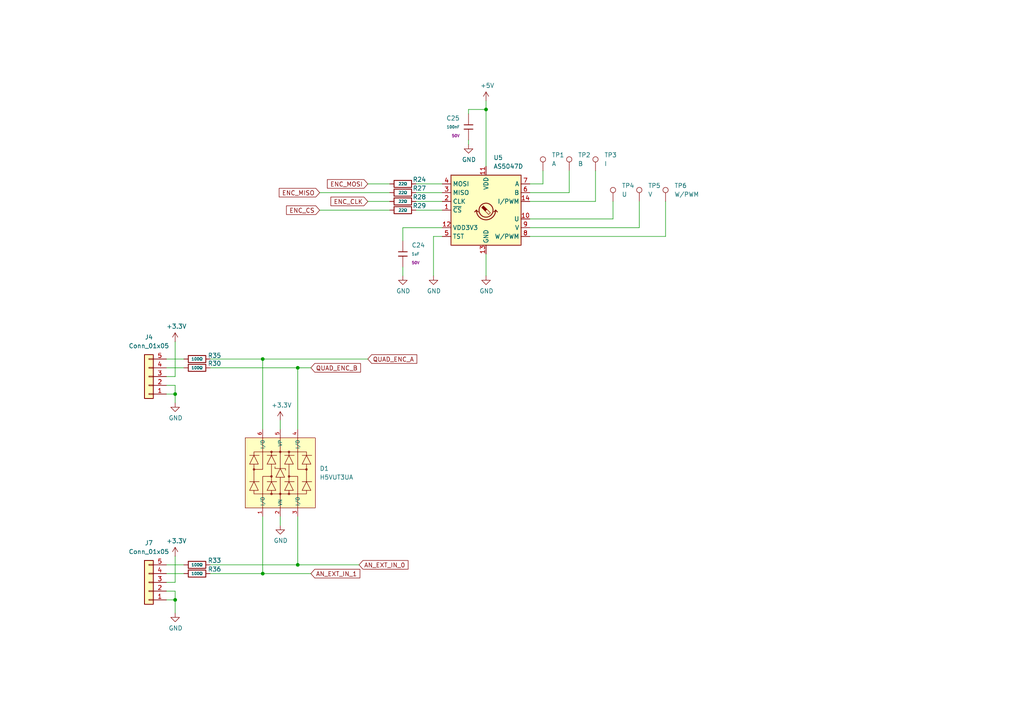
<source format=kicad_sch>
(kicad_sch (version 20250114) (generator "eeschema") (generator_version "9.0")
  (paper "A4")
  (lib_symbols
    (symbol "Connector:TestPoint" (pin_numbers (hide yes)) (pin_names (offset 0.762) (hide yes))
      (property "Reference" "TP" (at 0 6.858 0))
      (property "Value" "TestPoint" (at 0 5.08 0))
      (symbol "TestPoint_0_1"
        (circle (center 0 3.302) (radius 0.762))
      )
      (symbol "TestPoint_1_1"
        (pin passive line (at 0 0 90) (length 2.54) (name "1") (number "1"))
      )
    )
    (symbol "Connector_Generic:Conn_01x05" (pin_names (offset 1.016) (hide yes))
      (property "Reference" "J" (at 0 7.62 0))
      (property "Value" "Conn_01x05" (at 0 -7.62 0))
      (symbol "Conn_01x05_1_1"
        (rectangle (start -1.27 6.35) (end 1.27 -6.35) (stroke (width 0.254)) (fill (type background)))
        (rectangle (start -1.27 5.207) (end 0 4.953) (stroke (width 0.1524)))
        (rectangle (start -1.27 2.667) (end 0 2.413) (stroke (width 0.1524)))
        (rectangle (start -1.27 0.127) (end 0 -0.127) (stroke (width 0.1524)))
        (rectangle (start -1.27 -2.413) (end 0 -2.667) (stroke (width 0.1524)))
        (rectangle (start -1.27 -4.953) (end 0 -5.207) (stroke (width 0.1524)))
        (pin passive line (at -5.08 5.08 0) (length 3.81) (name "Pin_1") (number "1"))
        (pin passive line (at -5.08 2.54 0) (length 3.81) (name "Pin_2") (number "2"))
        (pin passive line (at -5.08 0 0) (length 3.81) (name "Pin_3") (number "3"))
        (pin passive line (at -5.08 -2.54 0) (length 3.81) (name "Pin_4") (number "4"))
        (pin passive line (at -5.08 -5.08 0) (length 3.81) (name "Pin_5") (number "5"))
      )
    )
    (symbol "PCM_JLCPCB-Capacitors:0603,100nF" (pin_numbers (hide yes)) (pin_names (offset 0))
      (property "Reference" "C" (at 2.032 1.668 0))
      (property "Value" "100nF" (at 2.032 -0.3782 0))
      (property "Voltage Rated" "50V" (at 2.032 -2.0462 0))
      (symbol "0603,100nF_0_1"
        (polyline (pts (xy -1.27 0.635) (xy 1.27 0.635)) (stroke (width 0.254)))
        (polyline (pts (xy -1.27 -0.635) (xy 1.27 -0.635)) (stroke (width 0.254)))
      )
      (symbol "0603,100nF_1_1"
        (pin passive line (at 0 3.81 270) (length 3.175) (name "~") (number "1"))
        (pin passive line (at 0 -3.81 90) (length 3.175) (name "~") (number "2"))
      )
    )
    (symbol "PCM_JLCPCB-Capacitors:0603,1uF" (pin_numbers (hide yes)) (pin_names (offset 0))
      (property "Reference" "C" (at 2.032 1.668 0))
      (property "Value" "1uF" (at 2.032 -0.3782 0))
      (property "Voltage Rated" "50V" (at 2.032 -2.0462 0))
      (symbol "0603,1uF_0_1"
        (polyline (pts (xy -1.27 0.635) (xy 1.27 0.635)) (stroke (width 0.254)))
        (polyline (pts (xy -1.27 -0.635) (xy 1.27 -0.635)) (stroke (width 0.254)))
      )
      (symbol "0603,1uF_1_1"
        (pin passive line (at 0 3.81 270) (length 3.175) (name "~") (number "1"))
        (pin passive line (at 0 -3.81 90) (length 3.175) (name "~") (number "2"))
      )
    )
    (symbol "PCM_JLCPCB-Diode-Packages:Package, H5VUT3UA"
      (property "Reference" "D" (at 0 1.27 0))
      (property "Value" "H5VUT3UA" (at 0 -2.54 0))
      (symbol "Package, H5VUT3UA_0_1"
        (rectangle (start -10.16 10.16) (end 10.16 -10.16) (fill (type background)))
        (polyline (pts (xy -8.89 2.54) (xy -7.62 5.08) (xy -6.35 2.54) (xy -8.89 2.54)) (fill (type background)))
        (polyline (pts (xy -8.89 -5.08) (xy -7.62 -2.54) (xy -6.35 -5.08) (xy -8.89 -5.08)) (fill (type background)))
        (polyline (pts (xy -7.62 5.08) (xy -7.62 6.096) (xy 7.62 6.096) (xy 7.62 5.08)))
        (polyline (pts (xy -7.62 2.54) (xy -7.62 -2.54)))
        (circle (center -7.62 1.016) (radius 0.254) (fill (type background)))
        (polyline (pts (xy -7.62 1.016) (xy -5.08 1.016) (xy -5.08 10.16)))
        (polyline (pts (xy -7.62 -5.08) (xy -7.62 -6.096) (xy 7.62 -6.096) (xy 7.62 -5.08)))
        (polyline (pts (xy -6.096 5.08) (xy -8.89 5.08)))
        (polyline (pts (xy -6.096 -2.54) (xy -8.89 -2.54)))
        (polyline (pts (xy -3.81 2.54) (xy -2.54 5.08) (xy -1.27 2.54) (xy -3.81 2.54)) (fill (type background)))
        (polyline (pts (xy -3.81 -5.08) (xy -2.54 -2.54) (xy -1.27 -5.08) (xy -3.81 -5.08)) (fill (type background)))
        (circle (center -2.54 6.096) (radius 0.254) (fill (type background)))
        (polyline (pts (xy -2.54 5.08) (xy -2.54 6.096)))
        (polyline (pts (xy -2.54 2.54) (xy -2.54 -2.54)))
        (circle (center -2.54 -1.016) (radius 0.254) (fill (type background)))
        (polyline (pts (xy -2.54 -1.016) (xy -5.08 -1.016) (xy -5.08 -10.16)))
        (polyline (pts (xy -2.54 -5.08) (xy -2.54 -6.096)))
        (circle (center -2.54 -6.096) (radius 0.254) (fill (type background)))
        (polyline (pts (xy -1.016 5.08) (xy -3.81 5.08)))
        (polyline (pts (xy -1.016 -2.54) (xy -3.81 -2.54)))
        (polyline (pts (xy 0 7.62) (xy 0 10.16)))
        (circle (center 0 6.096) (radius 0.254) (fill (type background)))
        (polyline (pts (xy 0 1.27) (xy 0 7.62)))
        (polyline (pts (xy 0 -1.27) (xy 0 -10.16)))
        (circle (center 0 -6.096) (radius 0.254) (fill (type background)))
        (polyline (pts (xy 1.27 2.54) (xy 2.54 5.08) (xy 3.81 2.54) (xy 1.27 2.54)) (fill (type background)))
        (polyline (pts (xy 1.27 -1.27) (xy 0 1.27) (xy -1.27 -1.27) (xy 1.27 -1.27)) (fill (type background)))
        (polyline (pts (xy 1.27 -5.08) (xy 2.54 -2.54) (xy 3.81 -5.08) (xy 1.27 -5.08)) (fill (type background)))
        (polyline (pts (xy 1.524 0.762) (xy 1.524 0.762) (xy 1.524 1.27) (xy -1.524 1.27) (xy -1.524 1.778) (xy -1.524 1.778)))
        (circle (center 2.54 6.096) (radius 0.254) (fill (type background)))
        (polyline (pts (xy 2.54 5.08) (xy 2.54 6.096)))
        (polyline (pts (xy 2.54 2.54) (xy 2.54 -2.54)))
        (polyline (pts (xy 2.54 -1.016) (xy 5.08 -1.016) (xy 5.08 -10.16)))
        (circle (center 2.54 -1.016) (radius 0.254) (fill (type background)))
        (polyline (pts (xy 2.54 -5.08) (xy 2.54 -6.096)))
        (circle (center 2.54 -6.096) (radius 0.254) (fill (type background)))
        (polyline (pts (xy 4.064 5.08) (xy 1.27 5.08)))
        (polyline (pts (xy 4.064 -2.54) (xy 1.27 -2.54)))
        (polyline (pts (xy 6.35 2.54) (xy 7.62 5.08) (xy 8.89 2.54) (xy 6.35 2.54)) (fill (type background)))
        (polyline (pts (xy 6.35 -5.08) (xy 7.62 -2.54) (xy 8.89 -5.08) (xy 6.35 -5.08)) (fill (type background)))
        (polyline (pts (xy 7.62 2.54) (xy 7.62 -2.54)))
        (polyline (pts (xy 7.62 1.016) (xy 5.08 1.016) (xy 5.08 10.16)))
        (circle (center 7.62 1.016) (radius 0.254) (fill (type background)))
        (polyline (pts (xy 9.144 5.08) (xy 6.35 5.08)))
        (polyline (pts (xy 9.144 -2.54) (xy 6.35 -2.54)))
        (pin unspecified line (at -5.08 12.7 270) (length 2.54) (name "I/O") (number "6"))
        (pin unspecified line (at -5.08 -12.7 90) (length 2.54) (name "I/O") (number "1"))
        (pin unspecified line (at 0 12.7 270) (length 2.54) (name "VP") (number "5"))
        (pin unspecified line (at 0 -12.7 90) (length 2.54) (name "VN") (number "2"))
        (pin unspecified line (at 5.08 12.7 270) (length 2.54) (name "I/O") (number "4"))
        (pin unspecified line (at 5.08 -12.7 90) (length 2.54) (name "I/O") (number "3"))
      )
    )
    (symbol "PCM_JLCPCB-Resistors:0603,100Ω" (pin_numbers (hide yes)) (pin_names (offset 0))
      (property "Reference" "R" (at 1.778 0 0))
      (property "Value" "100Ω" (at 0 0 90))
      (symbol "0603,100Ω_0_1"
        (rectangle (start -1.016 2.54) (end 1.016 -2.54) (stroke (width 0.254)))
      )
      (symbol "0603,100Ω_1_1"
        (pin passive line (at 0 3.81 270) (length 1.27) (name "~") (number "1"))
        (pin passive line (at 0 -3.81 90) (length 1.27) (name "~") (number "2"))
      )
    )
    (symbol "PCM_JLCPCB-Resistors:0603,22Ω" (pin_numbers (hide yes)) (pin_names (offset 0))
      (property "Reference" "R" (at 1.778 0 0))
      (property "Value" "22Ω" (at 0 0 90))
      (symbol "0603,22Ω_0_1"
        (rectangle (start -1.016 2.54) (end 1.016 -2.54) (stroke (width 0.254)))
      )
      (symbol "0603,22Ω_1_1"
        (pin passive line (at 0 3.81 270) (length 1.27) (name "~") (number "1"))
        (pin passive line (at 0 -3.81 90) (length 1.27) (name "~") (number "2"))
      )
    )
    (symbol "Sensor_Magnetic:AS5047D"
      (property "Reference" "U" (at -8.89 11.43 0))
      (property "Value" "AS5047D" (at 5.08 11.43 0))
      (symbol "AS5047D_1_1"
        (rectangle (start -10.16 10.16) (end 10.16 -10.16) (stroke (width 0.254)) (fill (type background)))
        (polyline (pts (xy -2.794 0) (xy -3.302 -0.508)) (stroke (width 0.254)))
        (polyline (pts (xy -2.794 0) (xy -2.286 -0.508)) (stroke (width 0.254)))
        (polyline (pts (xy -0.762 1.27) (xy 0.254 0.254) (xy -0.254 -0.254) (xy -1.27 0.762) (xy -1.016 1.016) (xy -0.762 1.27) (xy -0.635 1.143)) (fill (type outline)))
        (arc (start 2.794 0) (mid 0 -2.7819) (end -2.794 0) (stroke (width 0.254)))
        (circle (center 0 0) (radius 2.032) (stroke (width 0.254)))
        (polyline (pts (xy 0.254 0.254) (xy 1.27 -0.762) (xy 0.762 -1.27) (xy -0.254 -0.254)))
        (polyline (pts (xy 2.794 0) (xy 2.286 -0.508)) (stroke (width 0.254)))
        (polyline (pts (xy 2.794 0) (xy 3.302 -0.508)) (stroke (width 0.254)))
        (pin input line (at -12.7 7.62 0) (length 2.54) (name "MOSI") (number "4"))
        (pin output line (at -12.7 5.08 0) (length 2.54) (name "MISO") (number "3"))
        (pin input line (at -12.7 2.54 0) (length 2.54) (name "CLK") (number "2"))
        (pin input line (at -12.7 0 0) (length 2.54) (name "~{CS}") (number "1"))
        (pin power_out line (at -12.7 -5.08 0) (length 2.54) (name "VDD3V3") (number "12"))
        (pin input line (at -12.7 -7.62 0) (length 2.54) (name "TST") (number "5"))
        (pin power_in line (at 0 12.7 270) (length 2.54) (name "VDD") (number "11"))
        (pin power_in line (at 0 -12.7 90) (length 2.54) (name "GND") (number "13"))
        (pin output line (at 12.7 7.62 180) (length 2.54) (name "A") (number "7"))
        (pin output line (at 12.7 5.08 180) (length 2.54) (name "B") (number "6"))
        (pin output line (at 12.7 2.54 180) (length 2.54) (name "I/PWM") (number "14"))
        (pin output line (at 12.7 -2.54 180) (length 2.54) (name "U") (number "10"))
        (pin output line (at 12.7 -5.08 180) (length 2.54) (name "V") (number "9"))
        (pin output line (at 12.7 -7.62 180) (length 2.54) (name "W/PWM") (number "8"))
      )
    )
    (symbol "power:+3.3V" (power) (pin_numbers (hide yes)) (pin_names (offset 0) (hide yes))
      (property "Value" "+3.3V" (at 0 3.556 0))
      (symbol "+3.3V_0_1"
        (polyline (pts (xy -0.762 1.27) (xy 0 2.54)))
        (polyline (pts (xy 0 2.54) (xy 0.762 1.27)))
        (polyline (pts (xy 0 0) (xy 0 2.54)))
      )
      (symbol "+3.3V_1_1"
        (pin power_in line (at 0 0 90) (length 0) (name "~") (number "1"))
      )
    )
    (symbol "power:+5V" (power) (pin_names (offset 0))
      (property "Value" "+5V" (at 0 3.556 0))
      (symbol "+5V_0_1"
        (polyline (pts (xy -0.762 1.27) (xy 0 2.54)))
        (polyline (pts (xy 0 2.54) (xy 0.762 1.27)))
        (polyline (pts (xy 0 0) (xy 0 2.54)))
      )
      (symbol "+5V_1_1"
        (pin power_in line (at 0 0 90) (length 0) (hide yes) (name "+5V") (number "1"))
      )
    )
    (symbol "power:GND" (power) (pin_names (offset 0))
      (property "Value" "GND" (at 0 -3.81 0))
      (symbol "GND_0_1"
        (polyline (pts (xy 0 0) (xy 0 -1.27) (xy 1.27 -1.27) (xy 0 -2.54) (xy -1.27 -1.27) (xy 0 -1.27)))
      )
      (symbol "GND_1_1"
        (pin power_in line (at 0 0 270) (length 0) (hide yes) (name "GND") (number "1"))
      )
    )
  )
  (junction (at 76.2 166.37))
  (junction (at 50.8 114.3))
  (junction (at 76.2 104.14))
  (junction (at 86.36 163.83))
  (junction (at 86.36 106.68))
  (junction (at 140.97 31.75))
  (junction (at 50.8 173.99))
  (wire (pts (xy 116.84 69.85) (xy 116.84 66.04)))
  (wire (pts (xy 185.42 66.04) (xy 185.42 58.42)))
  (wire (pts (xy 50.8 177.8) (xy 50.8 173.99)))
  (wire (pts (xy 125.73 80.01) (xy 125.73 68.58)))
  (wire (pts (xy 53.34 106.68) (xy 48.26 106.68)))
  (wire (pts (xy 116.84 66.04) (xy 128.27 66.04)))
  (wire (pts (xy 140.97 29.21) (xy 140.97 31.75)))
  (wire (pts (xy 135.89 40.64) (xy 135.89 41.91)))
  (wire (pts (xy 157.48 53.34) (xy 157.48 49.53)))
  (wire (pts (xy 60.96 104.14) (xy 76.2 104.14)))
  (wire (pts (xy 50.8 99.06) (xy 50.8 109.22)))
  (wire (pts (xy 140.97 31.75) (xy 140.97 48.26)))
  (wire (pts (xy 120.65 55.88) (xy 128.27 55.88)))
  (wire (pts (xy 48.26 104.14) (xy 53.34 104.14)))
  (wire (pts (xy 50.8 116.84) (xy 50.8 114.3)))
  (wire (pts (xy 50.8 171.45) (xy 48.26 171.45)))
  (wire (pts (xy 48.26 166.37) (xy 53.34 166.37)))
  (wire (pts (xy 153.67 58.42) (xy 172.72 58.42)))
  (wire (pts (xy 86.36 163.83) (xy 104.14 163.83)))
  (wire (pts (xy 120.65 58.42) (xy 128.27 58.42)))
  (wire (pts (xy 120.65 53.34) (xy 128.27 53.34)))
  (wire (pts (xy 60.96 163.83) (xy 86.36 163.83)))
  (wire (pts (xy 135.89 33.02) (xy 135.89 31.75)))
  (wire (pts (xy 76.2 104.14) (xy 106.68 104.14)))
  (wire (pts (xy 76.2 166.37) (xy 90.17 166.37)))
  (wire (pts (xy 153.67 63.5) (xy 177.8 63.5)))
  (wire (pts (xy 48.26 114.3) (xy 50.8 114.3)))
  (wire (pts (xy 86.36 106.68) (xy 86.36 124.46)))
  (wire (pts (xy 76.2 149.86) (xy 76.2 166.37)))
  (wire (pts (xy 106.68 53.34) (xy 113.03 53.34)))
  (wire (pts (xy 125.73 68.58) (xy 128.27 68.58)))
  (wire (pts (xy 92.71 60.96) (xy 113.03 60.96)))
  (wire (pts (xy 48.26 173.99) (xy 50.8 173.99)))
  (wire (pts (xy 165.1 55.88) (xy 165.1 49.53)))
  (wire (pts (xy 81.28 121.92) (xy 81.28 124.46)))
  (wire (pts (xy 81.28 149.86) (xy 81.28 152.4)))
  (wire (pts (xy 90.17 106.68) (xy 86.36 106.68)))
  (wire (pts (xy 50.8 114.3) (xy 50.8 111.76)))
  (wire (pts (xy 50.8 109.22) (xy 48.26 109.22)))
  (wire (pts (xy 86.36 149.86) (xy 86.36 163.83)))
  (wire (pts (xy 106.68 58.42) (xy 113.03 58.42)))
  (wire (pts (xy 48.26 163.83) (xy 53.34 163.83)))
  (wire (pts (xy 153.67 53.34) (xy 157.48 53.34)))
  (wire (pts (xy 50.8 111.76) (xy 48.26 111.76)))
  (wire (pts (xy 153.67 66.04) (xy 185.42 66.04)))
  (wire (pts (xy 50.8 161.29) (xy 50.8 168.91)))
  (wire (pts (xy 86.36 106.68) (xy 60.96 106.68)))
  (wire (pts (xy 50.8 173.99) (xy 50.8 171.45)))
  (wire (pts (xy 135.89 31.75) (xy 140.97 31.75)))
  (wire (pts (xy 177.8 63.5) (xy 177.8 58.42)))
  (wire (pts (xy 120.65 60.96) (xy 128.27 60.96)))
  (wire (pts (xy 172.72 58.42) (xy 172.72 49.53)))
  (wire (pts (xy 60.96 166.37) (xy 76.2 166.37)))
  (wire (pts (xy 153.67 68.58) (xy 193.04 68.58)))
  (wire (pts (xy 140.97 73.66) (xy 140.97 80.01)))
  (wire (pts (xy 116.84 77.47) (xy 116.84 80.01)))
  (wire (pts (xy 50.8 168.91) (xy 48.26 168.91)))
  (wire (pts (xy 92.71 55.88) (xy 113.03 55.88)))
  (wire (pts (xy 153.67 55.88) (xy 165.1 55.88)))
  (wire (pts (xy 193.04 68.58) (xy 193.04 58.42)))
  (wire (pts (xy 76.2 104.14) (xy 76.2 124.46)))
  (global_label "QUAD_ENC_A" (shape input) (at 106.68 104.14 0) (property "Intersheetrefs" "${INTERSHEET_REFS}" (effects (hide yes))))
  (global_label "ENC_MISO" (shape input) (at 92.71 55.88 180) (property "Intersheetrefs" "${INTERSHEET_REFS}" (effects (hide yes))))
  (global_label "AN_EXT_IN_0" (shape input) (at 104.14 163.83 0) (property "Intersheetrefs" "${INTERSHEET_REFS}" (effects (hide yes))))
  (global_label "QUAD_ENC_B" (shape input) (at 90.17 106.68 0) (property "Intersheetrefs" "${INTERSHEET_REFS}" (effects (hide yes))))
  (global_label "ENC_CLK" (shape input) (at 106.68 58.42 180) (property "Intersheetrefs" "${INTERSHEET_REFS}" (effects (hide yes))))
  (global_label "ENC_MOSI" (shape input) (at 106.68 53.34 180) (property "Intersheetrefs" "${INTERSHEET_REFS}" (effects (hide yes))))
  (global_label "AN_EXT_IN_1" (shape input) (at 90.17 166.37 0) (property "Intersheetrefs" "${INTERSHEET_REFS}" (effects (hide yes))))
  (global_label "ENC_CS" (shape input) (at 92.71 60.96 180) (property "Intersheetrefs" "${INTERSHEET_REFS}" (effects (hide yes))))
  (symbol (lib_id "power:+3.3V") (at 50.8 161.29 0) (unit 1)
    (property "Reference" "#PWR055" (effects (hide yes)))
    (property "Value" "+3.3V" (at 51.181 156.8958 0))
  )
  (symbol (lib_id "power:GND") (at 50.8 177.8 0) (unit 1)
    (property "Reference" "#PWR056" (effects (hide yes)))
    (property "Value" "GND" (at 50.927 182.1942 0))
  )
  (symbol (lib_id "power:GND") (at 50.8 116.84 0) (unit 1)
    (property "Reference" "#PWR054" (effects (hide yes)))
    (property "Value" "GND" (at 50.927 121.2342 0))
  )
  (symbol (lib_id "PCM_JLCPCB-Resistors:0603,100Ω") (at 57.15 166.37 90) (unit 1)
    (property "Reference" "R36" (at 62.23 165.1 90))
    (property "Value" "100Ω" (at 57.15 166.37 90) (effects (font (size 0.8 0.8))))
    (property "Footprint" "PCM_JLCPCB:R_0603" (effects (hide yes)))
    (property "Datasheet" "https://www.lcsc.com/datasheet/lcsc_datasheet_2411221126_UNI-ROYAL-Uniroyal-Elec-0603WAF1000T5E_C22775.pdf" (effects (hide yes)))
    (property "Description" "100mW Thick Film Resistors 75V ±1% ±200ppm/°C 100Ω 0603 Chip Resistor - Surface Mount ROHS" (effects (hide yes)))
    (property "LCSC" "C22775" (effects (hide yes)))
    (property "Stock" "8202320" (effects (hide yes)))
    (property "Price" "0.004USD" (effects (hide yes)))
    (property "Process" "SMT" (effects (hide yes)))
    (property "Minimum Qty" "20" (effects (hide yes)))
    (property "Attrition Qty" "10" (effects (hide yes)))
    (property "Class" "Basic Component" (effects (hide yes)))
    (property "Category" "Resistors,Chip Resistor - Surface Mount" (effects (hide yes)))
    (property "Manufacturer" "UNI-ROYAL(Uniroyal Elec)" (effects (hide yes)))
    (property "Part" "0603WAF1000T5E" (effects (hide yes)))
    (property "Resistance" "100Ω" (effects (hide yes)))
    (property "Power(Watts)" "100mW" (effects (hide yes)))
    (property "Type" "Thick Film Resistors" (effects (hide yes)))
    (property "Overload Voltage (Max)" "75V" (effects (hide yes)))
    (property "Operating Temperature Range" "-55°C~+155°C" (effects (hide yes)))
    (property "Tolerance" "±1%" (effects (hide yes)))
    (property "Temperature Coefficient" "±200ppm/°C" (effects (hide yes)))
  )
  (symbol (lib_id "Connector:TestPoint") (at 185.42 58.42 0) (unit 1)
    (property "Reference" "TP5" (at 187.96 53.8479 0) (effects (justify left)))
    (property "Value" "V" (at 187.96 56.3879 0) (effects (justify left)))
    (property "Footprint" "TestPoint:TestPoint_Pad_D1.0mm" (effects (hide yes)))
    (property "Description" "test point" (effects (hide yes)))
  )
  (symbol (lib_id "PCM_JLCPCB-Resistors:0603,22Ω") (at 116.84 60.96 90) (unit 1)
    (property "Reference" "R29" (at 121.666 59.69 90))
    (property "Value" "22Ω" (at 116.84 60.96 90) (effects (font (size 0.8 0.8))))
    (property "Footprint" "PCM_JLCPCB:R_0603" (effects (hide yes)))
    (property "Datasheet" "https://www.lcsc.com/datasheet/lcsc_datasheet_2206010100_UNI-ROYAL-Uniroyal-Elec-0603WAF220JT5E_C23345.pdf" (effects (hide yes)))
    (property "Description" "100mW Thick Film Resistors 75V ±100ppm/°C ±1% 22Ω 0603 Chip Resistor - Surface Mount ROHS" (effects (hide yes)))
    (property "LCSC" "C23345" (effects (hide yes)))
    (property "Stock" "4414856" (effects (hide yes)))
    (property "Price" "0.004USD" (effects (hide yes)))
    (property "Process" "SMT" (effects (hide yes)))
    (property "Minimum Qty" "20" (effects (hide yes)))
    (property "Attrition Qty" "10" (effects (hide yes)))
    (property "Class" "Basic Component" (effects (hide yes)))
    (property "Category" "Resistors,Chip Resistor - Surface Mount" (effects (hide yes)))
    (property "Manufacturer" "UNI-ROYAL(Uniroyal Elec)" (effects (hide yes)))
    (property "Part" "0603WAF220JT5E" (effects (hide yes)))
    (property "Resistance" "22Ω" (effects (hide yes)))
    (property "Power(Watts)" "100mW" (effects (hide yes)))
    (property "Type" "Thick Film Resistors" (effects (hide yes)))
    (property "Overload Voltage (Max)" "75V" (effects (hide yes)))
    (property "Operating Temperature Range" "-55°C~+155°C" (effects (hide yes)))
    (property "Tolerance" "±1%" (effects (hide yes)))
    (property "Temperature Coefficient" "±100ppm/°C" (effects (hide yes)))
  )
  (symbol (lib_id "Sensor_Magnetic:AS5047D") (at 140.97 60.96 0) (unit 1)
    (property "Reference" "U5" (at 143.1133 45.72 0) (effects (justify left)))
    (property "Value" "AS5047D" (at 143.1133 48.26 0) (effects (justify left)))
    (property "Footprint" "Package_SO:TSSOP-14_4.4x5mm_P0.65mm" (effects (hide yes)))
    (property "Datasheet" "https://ams.com/documents/20143/36005/AS5047D_DS000394_2-00.pdf" (effects (hide yes)))
    (property "Description" "On-Axis Magnetic Position Sensor, 14-bit, PWM Output, ABI Output, UVW Output, SPI Interface, TSSOP-14" (effects (hide yes)))
  )
  (symbol (lib_id "PCM_JLCPCB-Resistors:0603,100Ω") (at 57.15 104.14 90) (unit 1)
    (property "Reference" "R35" (at 62.23 103.124 90))
    (property "Value" "100Ω" (at 57.15 104.14 90) (effects (font (size 0.8 0.8))))
    (property "Footprint" "PCM_JLCPCB:R_0603" (effects (hide yes)))
    (property "Datasheet" "https://www.lcsc.com/datasheet/lcsc_datasheet_2411221126_UNI-ROYAL-Uniroyal-Elec-0603WAF1000T5E_C22775.pdf" (effects (hide yes)))
    (property "Description" "100mW Thick Film Resistors 75V ±1% ±200ppm/°C 100Ω 0603 Chip Resistor - Surface Mount ROHS" (effects (hide yes)))
    (property "LCSC" "C22775" (effects (hide yes)))
    (property "Stock" "8202320" (effects (hide yes)))
    (property "Price" "0.004USD" (effects (hide yes)))
    (property "Process" "SMT" (effects (hide yes)))
    (property "Minimum Qty" "20" (effects (hide yes)))
    (property "Attrition Qty" "10" (effects (hide yes)))
    (property "Class" "Basic Component" (effects (hide yes)))
    (property "Category" "Resistors,Chip Resistor - Surface Mount" (effects (hide yes)))
    (property "Manufacturer" "UNI-ROYAL(Uniroyal Elec)" (effects (hide yes)))
    (property "Part" "0603WAF1000T5E" (effects (hide yes)))
    (property "Resistance" "100Ω" (effects (hide yes)))
    (property "Power(Watts)" "100mW" (effects (hide yes)))
    (property "Type" "Thick Film Resistors" (effects (hide yes)))
    (property "Overload Voltage (Max)" "75V" (effects (hide yes)))
    (property "Operating Temperature Range" "-55°C~+155°C" (effects (hide yes)))
    (property "Tolerance" "±1%" (effects (hide yes)))
    (property "Temperature Coefficient" "±200ppm/°C" (effects (hide yes)))
  )
  (symbol (lib_id "power:GND") (at 116.84 80.01 0) (unit 1)
    (property "Reference" "#PWR034" (effects (hide yes)))
    (property "Value" "GND" (at 116.967 84.4042 0))
  )
  (symbol (lib_id "Connector:TestPoint") (at 172.72 49.53 0) (unit 1)
    (property "Reference" "TP3" (at 175.26 44.9579 0) (effects (justify left)))
    (property "Value" "I" (at 175.26 47.4979 0) (effects (justify left)))
    (property "Footprint" "TestPoint:TestPoint_Pad_D1.0mm" (effects (hide yes)))
    (property "Description" "test point" (effects (hide yes)))
  )
  (symbol (lib_id "Connector:TestPoint") (at 157.48 49.53 0) (unit 1)
    (property "Reference" "TP1" (at 160.02 44.9579 0) (effects (justify left)))
    (property "Value" "A" (at 160.02 47.4979 0) (effects (justify left)))
    (property "Footprint" "TestPoint:TestPoint_Pad_D1.0mm" (effects (hide yes)))
    (property "Description" "test point" (effects (hide yes)))
  )
  (symbol (lib_id "PCM_JLCPCB-Diode-Packages:Package, H5VUT3UA") (at 81.28 137.16 0) (unit 1)
    (property "Reference" "D1" (at 92.71 135.8899 0) (effects (justify left)))
    (property "Value" "H5VUT3UA" (at 92.71 138.4299 0) (effects (justify left)))
    (property "Footprint" "PCM_JLCPCB:SOT-363_L2.1-W1.3-P0.65-LS2.2-BL" (effects (hide yes)))
    (property "Datasheet" "https://wmsc.lcsc.com/wmsc/upload/file/pdf/v2/lcsc/2401261525_hongjiacheng-H5VUT3UA_C20615830.pdf" (effects (hide yes)))
    (property "Description" "5A 75W 15V 6V Unidirectional 5V SOT-363 ESD and Surge Protection (TVS/ESD) ROHS" (effects (hide yes)))
    (property "LCSC" "C20615830" (effects (hide yes)))
    (property "Stock" "2574" (effects (hide yes)))
    (property "Price" "0.072USD" (effects (hide yes)))
    (property "Process" "SMT" (effects (hide yes)))
    (property "Minimum Qty" "5" (effects (hide yes)))
    (property "Attrition Qty" "4" (effects (hide yes)))
    (property "Class" "Preferred Component" (effects (hide yes)))
    (property "Category" "TVS/Fuse/Board Level Protection,Electrostatic And Surge Protection (TVS/ESD)" (effects (hide yes)))
    (property "Manufacturer" "hongjiacheng" (effects (hide yes)))
    (property "Part" "H5VUT3UA" (effects (hide yes)))
  )
  (symbol (lib_id "power:GND") (at 81.28 152.4 0) (unit 1)
    (property "Reference" "#PWR057" (effects (hide yes)))
    (property "Value" "GND" (at 81.407 156.7942 0))
  )
  (symbol (lib_id "power:GND") (at 125.73 80.01 0) (unit 1)
    (property "Reference" "#PWR036" (effects (hide yes)))
    (property "Value" "GND" (at 125.857 84.4042 0))
  )
  (symbol (lib_id "PCM_JLCPCB-Capacitors:0603,1uF") (at 116.84 73.66 0) (unit 1)
    (property "Reference" "C24" (at 119.38 71.1199 0) (effects (justify left)))
    (property "Value" "1uF" (at 119.38 73.66 0) (effects (font (size 0.8 0.8)) (justify left)))
    (property "Footprint" "PCM_JLCPCB:C_0603" (effects (hide yes)))
    (property "Datasheet" "https://www.lcsc.com/datasheet/lcsc_datasheet_2304140030_Samsung-Electro-Mechanics-CL10A105KB8NNNC_C15849.pdf" (effects (hide yes)))
    (property "Description" "50V 1uF X5R ±10% 0603 Multilayer Ceramic Capacitors MLCC - SMD/SMT ROHS" (effects (hide yes)))
    (property "LCSC" "C15849" (effects (hide yes)))
    (property "Stock" "11535980" (effects (hide yes)))
    (property "Price" "0.008USD" (effects (hide yes)))
    (property "Process" "SMT" (effects (hide yes)))
    (property "Minimum Qty" "20" (effects (hide yes)))
    (property "Attrition Qty" "10" (effects (hide yes)))
    (property "Class" "Basic Component" (effects (hide yes)))
    (property "Category" "Capacitors,Multilayer Ceramic Capacitors MLCC - SMD/SMT" (effects (hide yes)))
    (property "Manufacturer" "Samsung Electro-Mechanics" (effects (hide yes)))
    (property "Part" "CL10A105KB8NNNC" (effects (hide yes)))
    (property "Voltage Rated" "50V" (at 119.38 76.2 0) (effects (font (size 0.8 0.8)) (justify left)))
    (property "Tolerance" "±10%" (effects (hide yes)))
    (property "Capacitance" "1uF" (effects (hide yes)))
    (property "Temperature Coefficient" "X5R" (effects (hide yes)))
  )
  (symbol (lib_id "Connector:TestPoint") (at 165.1 49.53 0) (unit 1)
    (property "Reference" "TP2" (at 167.64 44.9579 0) (effects (justify left)))
    (property "Value" "B" (at 167.64 47.4979 0) (effects (justify left)))
    (property "Footprint" "TestPoint:TestPoint_Pad_D1.0mm" (effects (hide yes)))
    (property "Description" "test point" (effects (hide yes)))
  )
  (symbol (lib_id "power:+3.3V") (at 81.28 121.92 0) (unit 1)
    (property "Reference" "#PWR058" (effects (hide yes)))
    (property "Value" "+3.3V" (at 81.661 117.5258 0))
  )
  (symbol (lib_id "Connector_Generic:Conn_01x05") (at 43.18 168.91 180) (unit 1)
    (property "Reference" "J7" (at 43.18 157.48 0))
    (property "Value" "Conn_01x05" (at 43.18 160.02 0))
    (property "Footprint" "Connector_JST:JST_GH_SM04B-GHS-TB_1x04-1MP_P1.25mm_Horizontal" (effects (hide yes)))
    (property "Description" "Generic connector, single row, 01x05, script generated (kicad-library-utils/schlib/autogen/connector/)" (effects (hide yes)))
  )
  (symbol (lib_id "power:+5V") (at 140.97 29.21 0) (unit 1)
    (property "Reference" "#PWR033" (effects (hide yes)))
    (property "Value" "+5V" (at 141.351 24.8158 0))
  )
  (symbol (lib_id "power:GND") (at 135.89 41.91 0) (unit 1)
    (property "Reference" "#PWR032" (effects (hide yes)))
    (property "Value" "GND" (at 136.017 46.3042 0))
  )
  (symbol (lib_id "PCM_JLCPCB-Resistors:0603,100Ω") (at 57.15 106.68 90) (unit 1)
    (property "Reference" "R30" (at 62.23 105.41 90))
    (property "Value" "100Ω" (at 57.15 106.68 90) (effects (font (size 0.8 0.8))))
    (property "Footprint" "PCM_JLCPCB:R_0603" (effects (hide yes)))
    (property "Datasheet" "https://www.lcsc.com/datasheet/lcsc_datasheet_2411221126_UNI-ROYAL-Uniroyal-Elec-0603WAF1000T5E_C22775.pdf" (effects (hide yes)))
    (property "Description" "100mW Thick Film Resistors 75V ±1% ±200ppm/°C 100Ω 0603 Chip Resistor - Surface Mount ROHS" (effects (hide yes)))
    (property "LCSC" "C22775" (effects (hide yes)))
    (property "Stock" "8202320" (effects (hide yes)))
    (property "Price" "0.004USD" (effects (hide yes)))
    (property "Process" "SMT" (effects (hide yes)))
    (property "Minimum Qty" "20" (effects (hide yes)))
    (property "Attrition Qty" "10" (effects (hide yes)))
    (property "Class" "Basic Component" (effects (hide yes)))
    (property "Category" "Resistors,Chip Resistor - Surface Mount" (effects (hide yes)))
    (property "Manufacturer" "UNI-ROYAL(Uniroyal Elec)" (effects (hide yes)))
    (property "Part" "0603WAF1000T5E" (effects (hide yes)))
    (property "Resistance" "100Ω" (effects (hide yes)))
    (property "Power(Watts)" "100mW" (effects (hide yes)))
    (property "Type" "Thick Film Resistors" (effects (hide yes)))
    (property "Overload Voltage (Max)" "75V" (effects (hide yes)))
    (property "Operating Temperature Range" "-55°C~+155°C" (effects (hide yes)))
    (property "Tolerance" "±1%" (effects (hide yes)))
    (property "Temperature Coefficient" "±200ppm/°C" (effects (hide yes)))
  )
  (symbol (lib_id "Connector_Generic:Conn_01x05") (at 43.18 109.22 180) (unit 1)
    (property "Reference" "J4" (at 43.18 97.79 0))
    (property "Value" "Conn_01x05" (at 43.18 100.33 0))
    (property "Footprint" "Connector_JST:JST_GH_SM04B-GHS-TB_1x04-1MP_P1.25mm_Horizontal" (effects (hide yes)))
    (property "Description" "Generic connector, single row, 01x05, script generated (kicad-library-utils/schlib/autogen/connector/)" (effects (hide yes)))
  )
  (symbol (lib_id "PCM_JLCPCB-Resistors:0603,22Ω") (at 116.84 58.42 90) (unit 1)
    (property "Reference" "R28" (at 121.666 57.15 90))
    (property "Value" "22Ω" (at 116.84 58.42 90) (effects (font (size 0.8 0.8))))
    (property "Footprint" "PCM_JLCPCB:R_0603" (effects (hide yes)))
    (property "Datasheet" "https://www.lcsc.com/datasheet/lcsc_datasheet_2206010100_UNI-ROYAL-Uniroyal-Elec-0603WAF220JT5E_C23345.pdf" (effects (hide yes)))
    (property "Description" "100mW Thick Film Resistors 75V ±100ppm/°C ±1% 22Ω 0603 Chip Resistor - Surface Mount ROHS" (effects (hide yes)))
    (property "LCSC" "C23345" (effects (hide yes)))
    (property "Stock" "4414856" (effects (hide yes)))
    (property "Price" "0.004USD" (effects (hide yes)))
    (property "Process" "SMT" (effects (hide yes)))
    (property "Minimum Qty" "20" (effects (hide yes)))
    (property "Attrition Qty" "10" (effects (hide yes)))
    (property "Class" "Basic Component" (effects (hide yes)))
    (property "Category" "Resistors,Chip Resistor - Surface Mount" (effects (hide yes)))
    (property "Manufacturer" "UNI-ROYAL(Uniroyal Elec)" (effects (hide yes)))
    (property "Part" "0603WAF220JT5E" (effects (hide yes)))
    (property "Resistance" "22Ω" (effects (hide yes)))
    (property "Power(Watts)" "100mW" (effects (hide yes)))
    (property "Type" "Thick Film Resistors" (effects (hide yes)))
    (property "Overload Voltage (Max)" "75V" (effects (hide yes)))
    (property "Operating Temperature Range" "-55°C~+155°C" (effects (hide yes)))
    (property "Tolerance" "±1%" (effects (hide yes)))
    (property "Temperature Coefficient" "±100ppm/°C" (effects (hide yes)))
  )
  (symbol (lib_id "PCM_JLCPCB-Capacitors:0603,100nF") (at 135.89 36.83 0) (mirror y) (unit 1)
    (property "Reference" "C25" (at 133.35 34.2899 0) (effects (justify left)))
    (property "Value" "100nF" (at 133.35 36.83 0) (effects (font (size 0.8 0.8)) (justify left)))
    (property "Footprint" "PCM_JLCPCB:C_0603" (effects (hide yes)))
    (property "Datasheet" "https://www.lcsc.com/datasheet/lcsc_datasheet_2211101700_YAGEO-CC0603KRX7R9BB104_C14663.pdf" (effects (hide yes)))
    (property "Description" "50V 100nF X7R ±10% 0603 Multilayer Ceramic Capacitors MLCC - SMD/SMT ROHS" (effects (hide yes)))
    (property "LCSC" "C14663" (effects (hide yes)))
    (property "Stock" "70324515" (effects (hide yes)))
    (property "Price" "0.006USD" (effects (hide yes)))
    (property "Process" "SMT" (effects (hide yes)))
    (property "Minimum Qty" "20" (effects (hide yes)))
    (property "Attrition Qty" "10" (effects (hide yes)))
    (property "Class" "Basic Component" (effects (hide yes)))
    (property "Category" "Capacitors,Multilayer Ceramic Capacitors MLCC - SMD/SMT" (effects (hide yes)))
    (property "Manufacturer" "YAGEO" (effects (hide yes)))
    (property "Part" "CC0603KRX7R9BB104" (effects (hide yes)))
    (property "Voltage Rated" "50V" (at 133.35 39.37 0) (effects (font (size 0.8 0.8)) (justify left)))
    (property "Tolerance" "±10%" (effects (hide yes)))
    (property "Capacitance" "100nF" (effects (hide yes)))
    (property "Temperature Coefficient" "X7R" (effects (hide yes)))
  )
  (symbol (lib_id "PCM_JLCPCB-Resistors:0603,22Ω") (at 116.84 55.88 90) (unit 1)
    (property "Reference" "R27" (at 121.666 54.61 90))
    (property "Value" "22Ω" (at 116.84 55.88 90) (effects (font (size 0.8 0.8))))
    (property "Footprint" "PCM_JLCPCB:R_0603" (effects (hide yes)))
    (property "Datasheet" "https://www.lcsc.com/datasheet/lcsc_datasheet_2206010100_UNI-ROYAL-Uniroyal-Elec-0603WAF220JT5E_C23345.pdf" (effects (hide yes)))
    (property "Description" "100mW Thick Film Resistors 75V ±100ppm/°C ±1% 22Ω 0603 Chip Resistor - Surface Mount ROHS" (effects (hide yes)))
    (property "LCSC" "C23345" (effects (hide yes)))
    (property "Stock" "4414856" (effects (hide yes)))
    (property "Price" "0.004USD" (effects (hide yes)))
    (property "Process" "SMT" (effects (hide yes)))
    (property "Minimum Qty" "20" (effects (hide yes)))
    (property "Attrition Qty" "10" (effects (hide yes)))
    (property "Class" "Basic Component" (effects (hide yes)))
    (property "Category" "Resistors,Chip Resistor - Surface Mount" (effects (hide yes)))
    (property "Manufacturer" "UNI-ROYAL(Uniroyal Elec)" (effects (hide yes)))
    (property "Part" "0603WAF220JT5E" (effects (hide yes)))
    (property "Resistance" "22Ω" (effects (hide yes)))
    (property "Power(Watts)" "100mW" (effects (hide yes)))
    (property "Type" "Thick Film Resistors" (effects (hide yes)))
    (property "Overload Voltage (Max)" "75V" (effects (hide yes)))
    (property "Operating Temperature Range" "-55°C~+155°C" (effects (hide yes)))
    (property "Tolerance" "±1%" (effects (hide yes)))
    (property "Temperature Coefficient" "±100ppm/°C" (effects (hide yes)))
  )
  (symbol (lib_id "Connector:TestPoint") (at 177.8 58.42 0) (unit 1)
    (property "Reference" "TP4" (at 180.34 53.8479 0) (effects (justify left)))
    (property "Value" "U" (at 180.34 56.3879 0) (effects (justify left)))
    (property "Footprint" "TestPoint:TestPoint_Pad_D1.0mm" (effects (hide yes)))
    (property "Description" "test point" (effects (hide yes)))
  )
  (symbol (lib_id "power:+3.3V") (at 50.8 99.06 0) (unit 1)
    (property "Reference" "#PWR039" (effects (hide yes)))
    (property "Value" "+3.3V" (at 51.181 94.6658 0))
  )
  (symbol (lib_id "PCM_JLCPCB-Resistors:0603,100Ω") (at 57.15 163.83 90) (unit 1)
    (property "Reference" "R33" (at 62.23 162.56 90))
    (property "Value" "100Ω" (at 57.15 163.83 90) (effects (font (size 0.8 0.8))))
    (property "Footprint" "PCM_JLCPCB:R_0603" (effects (hide yes)))
    (property "Datasheet" "https://www.lcsc.com/datasheet/lcsc_datasheet_2411221126_UNI-ROYAL-Uniroyal-Elec-0603WAF1000T5E_C22775.pdf" (effects (hide yes)))
    (property "Description" "100mW Thick Film Resistors 75V ±1% ±200ppm/°C 100Ω 0603 Chip Resistor - Surface Mount ROHS" (effects (hide yes)))
    (property "LCSC" "C22775" (effects (hide yes)))
    (property "Stock" "8202320" (effects (hide yes)))
    (property "Price" "0.004USD" (effects (hide yes)))
    (property "Process" "SMT" (effects (hide yes)))
    (property "Minimum Qty" "20" (effects (hide yes)))
    (property "Attrition Qty" "10" (effects (hide yes)))
    (property "Class" "Basic Component" (effects (hide yes)))
    (property "Category" "Resistors,Chip Resistor - Surface Mount" (effects (hide yes)))
    (property "Manufacturer" "UNI-ROYAL(Uniroyal Elec)" (effects (hide yes)))
    (property "Part" "0603WAF1000T5E" (effects (hide yes)))
    (property "Resistance" "100Ω" (effects (hide yes)))
    (property "Power(Watts)" "100mW" (effects (hide yes)))
    (property "Type" "Thick Film Resistors" (effects (hide yes)))
    (property "Overload Voltage (Max)" "75V" (effects (hide yes)))
    (property "Operating Temperature Range" "-55°C~+155°C" (effects (hide yes)))
    (property "Tolerance" "±1%" (effects (hide yes)))
    (property "Temperature Coefficient" "±200ppm/°C" (effects (hide yes)))
  )
  (symbol (lib_id "power:GND") (at 140.97 80.01 0) (unit 1)
    (property "Reference" "#PWR035" (effects (hide yes)))
    (property "Value" "GND" (at 141.097 84.4042 0))
  )
  (symbol (lib_id "Connector:TestPoint") (at 193.04 58.42 0) (unit 1)
    (property "Reference" "TP6" (at 195.58 53.8479 0) (effects (justify left)))
    (property "Value" "W/PWM" (at 195.58 56.3879 0) (effects (justify left)))
    (property "Footprint" "TestPoint:TestPoint_Pad_D1.0mm" (effects (hide yes)))
    (property "Description" "test point" (effects (hide yes)))
  )
  (symbol (lib_id "PCM_JLCPCB-Resistors:0603,22Ω") (at 116.84 53.34 90) (unit 1)
    (property "Reference" "R24" (at 121.666 52.07 90))
    (property "Value" "22Ω" (at 116.84 53.34 90) (effects (font (size 0.8 0.8))))
    (property "Footprint" "PCM_JLCPCB:R_0603" (effects (hide yes)))
    (property "Datasheet" "https://www.lcsc.com/datasheet/lcsc_datasheet_2206010100_UNI-ROYAL-Uniroyal-Elec-0603WAF220JT5E_C23345.pdf" (effects (hide yes)))
    (property "Description" "100mW Thick Film Resistors 75V ±100ppm/°C ±1% 22Ω 0603 Chip Resistor - Surface Mount ROHS" (effects (hide yes)))
    (property "LCSC" "C23345" (effects (hide yes)))
    (property "Stock" "4414856" (effects (hide yes)))
    (property "Price" "0.004USD" (effects (hide yes)))
    (property "Process" "SMT" (effects (hide yes)))
    (property "Minimum Qty" "20" (effects (hide yes)))
    (property "Attrition Qty" "10" (effects (hide yes)))
    (property "Class" "Basic Component" (effects (hide yes)))
    (property "Category" "Resistors,Chip Resistor - Surface Mount" (effects (hide yes)))
    (property "Manufacturer" "UNI-ROYAL(Uniroyal Elec)" (effects (hide yes)))
    (property "Part" "0603WAF220JT5E" (effects (hide yes)))
    (property "Resistance" "22Ω" (effects (hide yes)))
    (property "Power(Watts)" "100mW" (effects (hide yes)))
    (property "Type" "Thick Film Resistors" (effects (hide yes)))
    (property "Overload Voltage (Max)" "75V" (effects (hide yes)))
    (property "Operating Temperature Range" "-55°C~+155°C" (effects (hide yes)))
    (property "Tolerance" "±1%" (effects (hide yes)))
    (property "Temperature Coefficient" "±100ppm/°C" (effects (hide yes)))
  )
)
</source>
